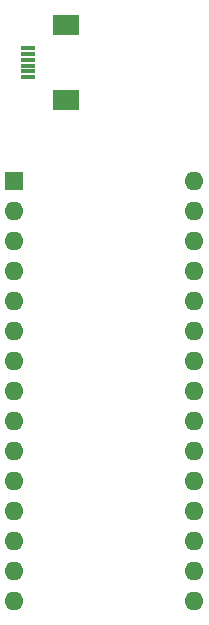
<source format=gbr>
%TF.GenerationSoftware,KiCad,Pcbnew,(5.1.6-0-10_14)*%
%TF.CreationDate,2021-01-01T01:40:26+01:00*%
%TF.ProjectId,flash,666c6173-682e-46b6-9963-61645f706362,rev?*%
%TF.SameCoordinates,Original*%
%TF.FileFunction,Soldermask,Top*%
%TF.FilePolarity,Negative*%
%FSLAX46Y46*%
G04 Gerber Fmt 4.6, Leading zero omitted, Abs format (unit mm)*
G04 Created by KiCad (PCBNEW (5.1.6-0-10_14)) date 2021-01-01 01:40:26*
%MOMM*%
%LPD*%
G01*
G04 APERTURE LIST*
%ADD10R,1.600000X1.600000*%
%ADD11O,1.600000X1.600000*%
%ADD12R,2.200000X1.800000*%
%ADD13R,1.300000X0.300000*%
G04 APERTURE END LIST*
D10*
%TO.C,A1*%
X14000000Y-27000000D03*
D11*
X29240000Y-60020000D03*
X14000000Y-29540000D03*
X29240000Y-57480000D03*
X14000000Y-32080000D03*
X29240000Y-54940000D03*
X14000000Y-34620000D03*
X29240000Y-52400000D03*
X14000000Y-37160000D03*
X29240000Y-49860000D03*
X14000000Y-39700000D03*
X29240000Y-47320000D03*
X14000000Y-42240000D03*
X29240000Y-44780000D03*
X14000000Y-44780000D03*
X29240000Y-42240000D03*
X14000000Y-47320000D03*
X29240000Y-39700000D03*
X14000000Y-49860000D03*
X29240000Y-37160000D03*
X14000000Y-52400000D03*
X29240000Y-34620000D03*
X14000000Y-54940000D03*
X29240000Y-32080000D03*
X14000000Y-57480000D03*
X29240000Y-29540000D03*
X14000000Y-60020000D03*
X29240000Y-27000000D03*
X14000000Y-62560000D03*
X29240000Y-62560000D03*
%TD*%
D12*
%TO.C,J1*%
X18400000Y-13850000D03*
X18400000Y-20150000D03*
D13*
X15150000Y-18250000D03*
X15150000Y-17750000D03*
X15150000Y-17250000D03*
X15150000Y-16750000D03*
X15150000Y-16250000D03*
X15150000Y-15750000D03*
%TD*%
M02*

</source>
